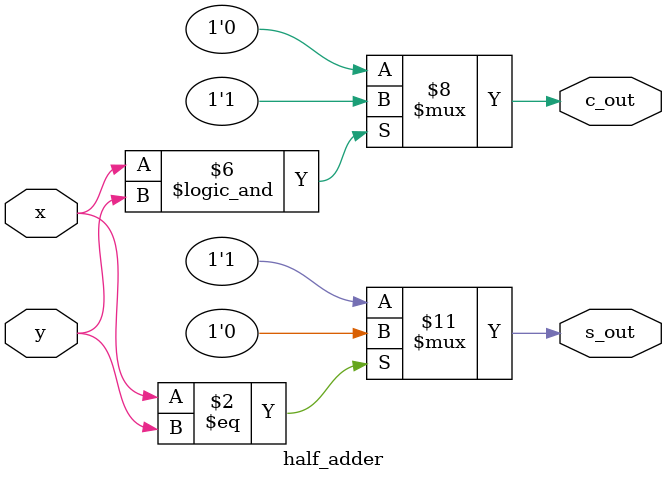
<source format=v>
module half_adder (x, y, s_out, c_out);

input x, y;
output s_out, c_out;

reg s_out, c_out;

always @ (x, y)
begin
	if (x == y)
	begin
		s_out = 0;
	end
	else
	begin
		s_out = 1;
	end
end

always @ (x, y)
begin
	if (x == 1 && y == 1)
	begin
		c_out = 1;
	end
	else
	begin
		c_out = 0;
	end
end

endmodule 


</source>
